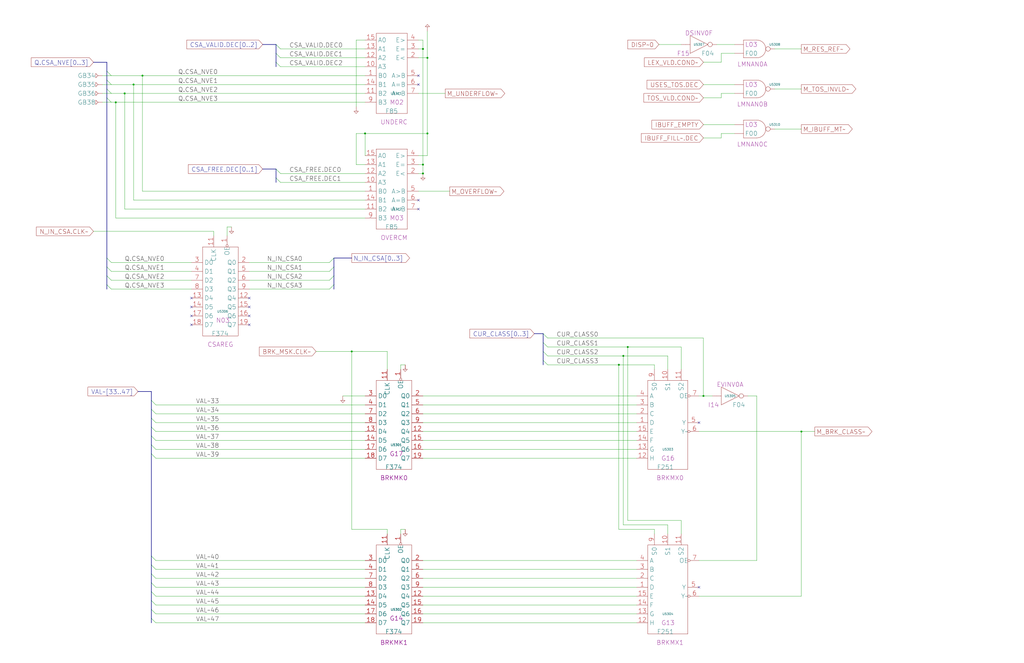
<source format=kicad_sch>
(kicad_sch (version 20230121) (generator eeschema)
  (paper "User" 584.2 378.46)
  (title_block (title "LATE MACRO EVENTS") (date "22-MAY-90") (rev "1.0") (comment 1 "SEQUENCER") (comment 2 "232-003064") (comment 3 "S400") (comment 4 "RELEASED"))
  (lib_symbols
    (symbol "r1000:F00" (pin_numbers hide) (pin_names hide)
      (property "Reference" "U" (at 15.24 0 0))
      (property "Value" "F00" (at 1.905 -5.08 0))
      (property "Location" "___" (at 1.905 0 0))
      (property "Name" "______" (at 2.54 -12.7 0))
      (symbol "F00_0_1"
        (polyline (pts (xy -2.54 -7.62) (xy 5.08 -7.62)) (stroke (width 0.1524)))
        (polyline (pts (xy -2.54 2.54) (xy -2.54 -7.62)) (stroke (width 0.1524)))
        (polyline (pts (xy -2.54 2.54) (xy 5.08 2.54)) (stroke (width 0.1524)))
        (arc (start 5.08 -7.62) (mid 10.1282 -2.54) (end 5.08 2.54) (stroke (width 0.1524)))
        (circle (center 11.43 -2.54) (radius 1.27) (stroke (width 0.1524)))
      )
      (symbol "F00_0_2"
        (circle (center -3.81 -5.08) (radius 1.27) (stroke (width 0.1524)))
        (circle (center -3.81 0) (radius 1.27) (stroke (width 0.1524)))
        (arc (start -3.175 -7.62) (mid -2.134 -2.54) (end -3.175 2.54) (stroke (width 0.1524)))
        (polyline (pts (xy -3.175 -7.62) (xy 3.81 -7.62)) (stroke (width 0.1524)))
        (polyline (pts (xy -3.175 2.54) (xy 3.81 2.54)) (stroke (width 0.1524)))
        (arc (start 3.81 -7.62) (mid 7.5855 -5.8306) (end 10.16 -2.54) (stroke (width 0.1524)))
        (arc (start 10.16 -2.54) (mid 7.5827 0.7471) (end 3.81 2.54) (stroke (width 0.1524)))
      )
      (symbol "F00_1_1"
        (pin input line (at -7.62 0 0) (length 5.08) (name "D0") (number "1"))
        (pin input line (at -7.62 -5.08 0) (length 5.08) (name "D1") (number "2"))
        (pin output line (at 15.24 -2.54 180) (length 2.54) (name "Q") (number "3"))
      )
      (symbol "F00_1_2"
        (pin input line (at -7.62 0 0) (length 2.54) (name "D0") (number "1"))
        (pin input line (at -7.62 -5.08 0) (length 2.54) (name "D1") (number "2"))
        (pin output line (at 15.24 -2.54 180) (length 5.08) (name "Q") (number "3"))
      )
    )
    (symbol "r1000:F04" (pin_numbers hide) (pin_names hide)
      (property "Reference" "U" (at 0 0 0))
      (property "Value" "F04" (at 1.27 -5.08 0))
      (property "Location" "___" (at -12.7 -5.08 0))
      (property "Name" "______" (at 0 5.08 0))
      (symbol "F04_0_1"
        (polyline (pts (xy -7.62 0) (xy -5.08 0)) (stroke (width 0.1524)))
        (polyline (pts (xy -5.08 5.08) (xy -5.08 -5.08)) (stroke (width 0.1524)))
        (polyline (pts (xy 5.08 0) (xy -5.08 -5.08)) (stroke (width 0.1524)))
        (polyline (pts (xy 5.08 0) (xy -5.08 5.08)) (stroke (width 0.1524)))
        (circle (center 6.35 0) (radius 1.27) (stroke (width 0.1524)))
      )
      (symbol "F04_1_1"
        (pin input line (at -10.16 0 0) (length 2.54) (name "D0") (number "1"))
        (pin output line (at 10.16 0 180) (length 2.54) (name "Q") (number "2"))
      )
    )
    (symbol "r1000:F251" (pin_names (offset 1.016))
      (property "Reference" "U" (at 2.54 5.08 0))
      (property "Value" "F251" (at -3.81 -5.08 0))
      (property "Location" "___" (at -1.27 0 0))
      (property "Name" "______" (at 3.81 -12.7 0))
      (symbol "F251_1_1"
        (rectangle (start -8.89 44.45) (end 13.97 -6.35))
        (circle (center 14.605 15.24) (radius 0.635))
        (circle (center 14.605 35.56) (radius 0.635))
        (pin input line (at -15.24 20.32 0) (length 6.35) (name "D") (number "1"))
        (pin input line (at 2.54 50.8 270) (length 6.35) (name "S1") (number "10"))
        (pin input line (at 10.16 50.8 270) (length 6.35) (name "S2") (number "11"))
        (pin input line (at -15.24 0 0) (length 6.35) (name "H") (number "12"))
        (pin input line (at -15.24 5.08 0) (length 6.35) (name "G") (number "13"))
        (pin input line (at -15.24 10.16 0) (length 6.35) (name "F") (number "14"))
        (pin input line (at -15.24 15.24 0) (length 6.35) (name "E") (number "15"))
        (pin input line (at -15.24 25.4 0) (length 6.35) (name "C") (number "2"))
        (pin input line (at -15.24 30.48 0) (length 6.35) (name "B") (number "3"))
        (pin input line (at -15.24 35.56 0) (length 6.35) (name "A") (number "4"))
        (pin tri_state line (at 20.32 20.32 180) (length 6.35) (name "Y") (number "5"))
        (pin tri_state line (at 20.32 15.24 180) (length 5.08) (name "Y~") (number "6"))
        (pin input line (at 20.32 35.56 180) (length 5.08) (name "OE") (number "7"))
        (pin input line (at -5.08 50.8 270) (length 6.35) (name "S0") (number "9"))
      )
    )
    (symbol "r1000:F374" (pin_names (offset 1.016))
      (property "Reference" "U" (at 2.54 5.08 0))
      (property "Value" "F374" (at -3.81 -7.62 0))
      (property "Location" "___" (at -1.27 0 0))
      (property "Name" "______" (at 1.27 -15.24 0))
      (symbol "F374_1_1"
        (rectangle (start -8.89 41.91) (end 11.43 -8.89))
        (circle (center 5.08 42.545) (radius 0.635))
        (pin input line (at 5.08 48.26 270) (length 5.08) (name "OE") (number "1"))
        (pin input line (at -2.54 48.26 270) (length 6.35) (name "CLK") (number "11"))
        (pin tri_state line (at 17.78 12.7 180) (length 6.35) (name "Q4") (number "12"))
        (pin input line (at -15.24 12.7 0) (length 6.35) (name "D4") (number "13"))
        (pin input line (at -15.24 7.62 0) (length 6.35) (name "D5") (number "14"))
        (pin tri_state line (at 17.78 7.62 180) (length 6.35) (name "Q5") (number "15"))
        (pin tri_state line (at 17.78 2.54 180) (length 6.35) (name "Q6") (number "16"))
        (pin input line (at -15.24 2.54 0) (length 6.35) (name "D6") (number "17"))
        (pin input line (at -15.24 -2.54 0) (length 6.35) (name "D7") (number "18"))
        (pin tri_state line (at 17.78 -2.54 180) (length 6.35) (name "Q7") (number "19"))
        (pin tri_state line (at 17.78 33.02 180) (length 6.35) (name "Q0") (number "2"))
        (pin input line (at -15.24 33.02 0) (length 6.35) (name "D0") (number "3"))
        (pin input line (at -15.24 27.94 0) (length 6.35) (name "D1") (number "4"))
        (pin tri_state line (at 17.78 27.94 180) (length 6.35) (name "Q1") (number "5"))
        (pin tri_state line (at 17.78 22.86 180) (length 6.35) (name "Q2") (number "6"))
        (pin input line (at -15.24 22.86 0) (length 6.35) (name "D2") (number "7"))
        (pin input line (at -15.24 17.78 0) (length 6.35) (name "D3") (number "8"))
        (pin tri_state line (at 17.78 17.78 180) (length 6.35) (name "Q3") (number "9"))
      )
    )
    (symbol "r1000:F85" (pin_names (offset 1.016))
      (property "Reference" "U" (at 2.54 5.08 0))
      (property "Value" "F85" (at -3.81 -5.08 0))
      (property "Location" "___" (at -1.27 0 0))
      (property "Name" "______" (at 1.27 -12.7 0))
      (symbol "F85_1_1"
        (rectangle (start -8.89 39.37) (end 8.89 -6.35))
        (pin input line (at -15.24 15.24 0) (length 6.35) (name "B0") (number "1"))
        (pin input line (at -15.24 20.32 0) (length 6.35) (name "A3") (number "10"))
        (pin input line (at -15.24 5.08 0) (length 6.35) (name "B2") (number "11"))
        (pin input line (at -15.24 25.4 0) (length 6.35) (name "A2") (number "12"))
        (pin input line (at -15.24 30.48 0) (length 6.35) (name "A1") (number "13"))
        (pin input line (at -15.24 10.16 0) (length 6.35) (name "B1") (number "14"))
        (pin input line (at -15.24 35.56 0) (length 6.35) (name "A0") (number "15"))
        (pin input line (at 15.24 25.4 180) (length 6.35) (name "E<") (number "2"))
        (pin input line (at 15.24 30.48 180) (length 6.35) (name "E=") (number "3"))
        (pin input line (at 15.24 35.56 180) (length 6.35) (name "E>") (number "4"))
        (pin output line (at 15.24 15.24 180) (length 6.35) (name "A>B") (number "5"))
        (pin output line (at 15.24 10.16 180) (length 6.35) (name "A=B") (number "6"))
        (pin output line (at 15.24 5.08 180) (length 6.35) (name "A<B") (number "7"))
        (pin input line (at -15.24 0 0) (length 6.35) (name "B3") (number "9"))
      )
    )
    (symbol "r1000:GB" (pin_numbers hide) (pin_names (offset 0) hide)
      (property "Reference" "GB" (at 3.81 0 0))
      (symbol "GB_0_1"
        (polyline (pts (xy 2.54 0) (xy 3.81 1.27) (xy 3.81 -1.27) (xy 2.54 0)) (stroke (width 0.1524)))
      )
      (symbol "GB_1_1"
        (pin bidirectional line (at 0 0 0) (length 2.54) (name "") (number "1"))
      )
    )
    (symbol "r1000:PD" (power) (pin_numbers hide) (pin_names hide) (in_bom no)
      (symbol "PD_0_1"
        (polyline (pts (xy 0 -2.54) (xy 1.27 -2.54) (xy 0 -3.81) (xy -1.27 -2.54) (xy 0 -2.54)) (stroke (width 0.1524)))
      )
      (symbol "PD_1_1"
        (pin power_in line (at 0 0 270) (length 2.54) (name "PD") (number "1"))
      )
    )
    (symbol "r1000:PU" (power) (pin_numbers hide) (pin_names hide)
      (symbol "PU_0_1"
        (polyline (pts (xy 0 2.54) (xy -1.27 2.54) (xy 0 3.81) (xy 1.27 2.54) (xy 0 2.54)) (stroke (width 0.1524)))
      )
      (symbol "PU_1_1"
        (pin power_in line (at 0 0 90) (length 2.54) (name "PU") (number "1"))
      )
    )
  )
  (junction (at 358.14 198.12))
  (junction (at 353.06 208.28))
  (junction (at 243.84 33.02))
  (junction (at 200.66 200.66))
  (junction (at 241.3 27.94))
  (junction (at 241.3 99.06))
  (junction (at 71.12 53.34))
  (junction (at 243.84 76.2))
  (junction (at 401.32 226.06))
  (junction (at 241.3 93.98))
  (junction (at 457.2 246.38))
  (junction (at 81.28 43.18))
  (junction (at 355.6 203.2))
  (junction (at 208.28 76.2))
  (junction (at 66.04 58.42))
  (junction (at 76.2 48.26))
  (no_connect (at 142.24 185.42))
  (no_connect (at 109.22 180.34))
  (no_connect (at 142.24 170.18))
  (no_connect (at 142.24 175.26))
  (no_connect (at 238.76 119.38))
  (no_connect (at 398.78 335.28))
  (no_connect (at 238.76 48.26))
  (no_connect (at 109.22 175.26))
  (no_connect (at 238.76 43.18))
  (no_connect (at 109.22 185.42))
  (no_connect (at 109.22 170.18))
  (no_connect (at 398.78 241.3))
  (no_connect (at 142.24 180.34))
  (no_connect (at 238.76 114.3))
  (bus_entry (at 190.5 162.56) (size -2.54 2.54))
  (bus_entry (at 60.96 162.56) (size 2.54 2.54))
  (bus_entry (at 157.48 35.56) (size 2.54 2.54))
  (bus_entry (at 86.36 228.6) (size 2.54 2.54))
  (bus_entry (at 86.36 259.08) (size 2.54 2.54))
  (bus_entry (at 190.5 152.4) (size -2.54 2.54))
  (bus_entry (at 86.36 322.58) (size 2.54 2.54))
  (bus_entry (at 86.36 254) (size 2.54 2.54))
  (bus_entry (at 309.88 205.74) (size 2.54 2.54))
  (bus_entry (at 60.96 55.88) (size 2.54 2.54))
  (bus_entry (at 86.36 347.98) (size 2.54 2.54))
  (bus_entry (at 86.36 233.68) (size 2.54 2.54))
  (bus_entry (at 157.48 96.52) (size 2.54 2.54))
  (bus_entry (at 309.88 200.66) (size 2.54 2.54))
  (bus_entry (at 86.36 238.76) (size 2.54 2.54))
  (bus_entry (at 309.88 195.58) (size 2.54 2.54))
  (bus_entry (at 86.36 353.06) (size 2.54 2.54))
  (bus_entry (at 309.88 190.5) (size 2.54 2.54))
  (bus_entry (at 86.36 317.5) (size 2.54 2.54))
  (bus_entry (at 86.36 248.92) (size 2.54 2.54))
  (bus_entry (at 60.96 40.64) (size 2.54 2.54))
  (bus_entry (at 86.36 327.66) (size 2.54 2.54))
  (bus_entry (at 60.96 50.8) (size 2.54 2.54))
  (bus_entry (at 60.96 152.4) (size 2.54 2.54))
  (bus_entry (at 86.36 337.82) (size 2.54 2.54))
  (bus_entry (at 190.5 147.32) (size -2.54 2.54))
  (bus_entry (at 60.96 45.72) (size 2.54 2.54))
  (bus_entry (at 157.48 30.48) (size 2.54 2.54))
  (bus_entry (at 86.36 243.84) (size 2.54 2.54))
  (bus_entry (at 60.96 157.48) (size 2.54 2.54))
  (bus_entry (at 157.48 101.6) (size 2.54 2.54))
  (bus_entry (at 60.96 147.32) (size 2.54 2.54))
  (bus_entry (at 190.5 157.48) (size -2.54 2.54))
  (bus_entry (at 157.48 25.4) (size 2.54 2.54))
  (bus_entry (at 86.36 332.74) (size 2.54 2.54))
  (bus_entry (at 86.36 342.9) (size 2.54 2.54))
  (wire (pts (xy 241.3 93.98) (xy 241.3 99.06)))
  (wire (pts (xy 160.02 99.06) (xy 208.28 99.06)))
  (wire (pts (xy 160.02 33.02) (xy 208.28 33.02)))
  (wire (pts (xy 208.28 124.46) (xy 66.04 124.46)))
  (wire (pts (xy 355.6 203.2) (xy 312.42 203.2)))
  (wire (pts (xy 398.78 340.36) (xy 457.2 340.36)))
  (wire (pts (xy 195.58 226.06) (xy 208.28 226.06)))
  (wire (pts (xy 228.6 208.28) (xy 228.6 210.82)))
  (wire (pts (xy 200.66 302.26) (xy 200.66 200.66)))
  (wire (pts (xy 208.28 114.3) (xy 76.2 114.3)))
  (wire (pts (xy 441.96 27.94) (xy 457.2 27.94)))
  (wire (pts (xy 71.12 53.34) (xy 208.28 53.34)))
  (wire (pts (xy 312.42 198.12) (xy 358.14 198.12)))
  (wire (pts (xy 58.42 58.42) (xy 63.5 58.42)))
  (bus (pts (xy 86.36 259.08) (xy 86.36 317.5)))
  (wire (pts (xy 121.92 134.62) (xy 121.92 132.08)))
  (wire (pts (xy 358.14 198.12) (xy 358.14 297.18)))
  (bus (pts (xy 78.74 223.52) (xy 86.36 223.52)))
  (wire (pts (xy 411.48 78.74) (xy 411.48 76.2)))
  (bus (pts (xy 86.36 327.66) (xy 86.36 332.74)))
  (wire (pts (xy 81.28 109.22) (xy 81.28 43.18)))
  (bus (pts (xy 60.96 152.4) (xy 60.96 157.48)))
  (wire (pts (xy 238.76 22.86) (xy 241.3 22.86)))
  (wire (pts (xy 373.38 208.28) (xy 353.06 208.28)))
  (wire (pts (xy 238.76 27.94) (xy 241.3 27.94)))
  (wire (pts (xy 388.62 297.18) (xy 358.14 297.18)))
  (wire (pts (xy 241.3 226.06) (xy 363.22 226.06)))
  (wire (pts (xy 88.9 261.62) (xy 208.28 261.62)))
  (bus (pts (xy 190.5 162.56) (xy 190.5 165.1)))
  (wire (pts (xy 411.48 76.2) (xy 419.1 76.2)))
  (bus (pts (xy 86.36 223.52) (xy 86.36 228.6)))
  (wire (pts (xy 81.28 43.18) (xy 208.28 43.18)))
  (wire (pts (xy 353.06 208.28) (xy 312.42 208.28)))
  (wire (pts (xy 208.28 22.86) (xy 203.2 22.86)))
  (wire (pts (xy 355.6 203.2) (xy 355.6 299.72)))
  (wire (pts (xy 243.84 76.2) (xy 243.84 33.02)))
  (wire (pts (xy 142.24 149.86) (xy 187.96 149.86)))
  (wire (pts (xy 238.76 33.02) (xy 243.84 33.02)))
  (bus (pts (xy 157.48 25.4) (xy 157.48 30.48)))
  (wire (pts (xy 238.76 109.22) (xy 256.54 109.22)))
  (wire (pts (xy 398.78 226.06) (xy 401.32 226.06)))
  (bus (pts (xy 149.86 96.52) (xy 157.48 96.52)))
  (wire (pts (xy 63.5 43.18) (xy 81.28 43.18)))
  (wire (pts (xy 457.2 246.38) (xy 464.82 246.38)))
  (wire (pts (xy 411.48 53.34) (xy 419.1 53.34)))
  (wire (pts (xy 241.3 256.54) (xy 363.22 256.54)))
  (wire (pts (xy 381 203.2) (xy 355.6 203.2)))
  (wire (pts (xy 401.32 193.04) (xy 312.42 193.04)))
  (wire (pts (xy 88.9 241.3) (xy 208.28 241.3)))
  (wire (pts (xy 132.08 129.54) (xy 129.54 129.54)))
  (wire (pts (xy 66.04 124.46) (xy 66.04 58.42)))
  (wire (pts (xy 88.9 335.28) (xy 208.28 335.28)))
  (wire (pts (xy 88.9 355.6) (xy 208.28 355.6)))
  (bus (pts (xy 309.88 200.66) (xy 309.88 205.74)))
  (wire (pts (xy 208.28 88.9) (xy 208.28 76.2)))
  (bus (pts (xy 60.96 35.56) (xy 60.96 40.64)))
  (bus (pts (xy 60.96 50.8) (xy 60.96 55.88)))
  (wire (pts (xy 388.62 210.82) (xy 388.62 198.12)))
  (wire (pts (xy 63.5 160.02) (xy 109.22 160.02)))
  (wire (pts (xy 208.28 76.2) (xy 243.84 76.2)))
  (wire (pts (xy 76.2 114.3) (xy 76.2 48.26)))
  (wire (pts (xy 142.24 165.1) (xy 187.96 165.1)))
  (wire (pts (xy 241.3 340.36) (xy 363.22 340.36)))
  (bus (pts (xy 86.36 332.74) (xy 86.36 337.82)))
  (wire (pts (xy 88.9 350.52) (xy 208.28 350.52)))
  (wire (pts (xy 58.42 48.26) (xy 63.5 48.26)))
  (wire (pts (xy 58.42 53.34) (xy 63.5 53.34)))
  (wire (pts (xy 63.5 154.94) (xy 109.22 154.94)))
  (wire (pts (xy 241.3 246.38) (xy 363.22 246.38)))
  (bus (pts (xy 60.96 162.56) (xy 60.96 165.1)))
  (wire (pts (xy 241.3 251.46) (xy 363.22 251.46)))
  (wire (pts (xy 441.96 50.8) (xy 457.2 50.8)))
  (wire (pts (xy 241.3 236.22) (xy 363.22 236.22)))
  (wire (pts (xy 401.32 48.26) (xy 419.1 48.26)))
  (bus (pts (xy 309.88 205.74) (xy 309.88 208.28)))
  (wire (pts (xy 63.5 165.1) (xy 109.22 165.1)))
  (wire (pts (xy 129.54 129.54) (xy 129.54 134.62)))
  (wire (pts (xy 401.32 55.88) (xy 411.48 55.88)))
  (bus (pts (xy 60.96 147.32) (xy 60.96 152.4)))
  (wire (pts (xy 241.3 320.04) (xy 363.22 320.04)))
  (bus (pts (xy 86.36 254) (xy 86.36 259.08)))
  (bus (pts (xy 190.5 157.48) (xy 190.5 162.56)))
  (wire (pts (xy 401.32 35.56) (xy 411.48 35.56)))
  (wire (pts (xy 241.3 261.62) (xy 363.22 261.62)))
  (wire (pts (xy 238.76 93.98) (xy 241.3 93.98)))
  (wire (pts (xy 231.14 208.28) (xy 228.6 208.28)))
  (wire (pts (xy 63.5 149.86) (xy 109.22 149.86)))
  (wire (pts (xy 241.3 330.2) (xy 363.22 330.2)))
  (wire (pts (xy 231.14 302.26) (xy 228.6 302.26)))
  (bus (pts (xy 86.36 243.84) (xy 86.36 248.92)))
  (bus (pts (xy 86.36 233.68) (xy 86.36 238.76)))
  (wire (pts (xy 408.94 25.4) (xy 419.1 25.4)))
  (wire (pts (xy 241.3 355.6) (xy 363.22 355.6)))
  (wire (pts (xy 220.98 304.8) (xy 220.98 302.26)))
  (wire (pts (xy 58.42 43.18) (xy 63.5 43.18)))
  (wire (pts (xy 142.24 160.02) (xy 187.96 160.02)))
  (bus (pts (xy 86.36 238.76) (xy 86.36 243.84)))
  (wire (pts (xy 457.2 246.38) (xy 457.2 340.36)))
  (bus (pts (xy 190.5 152.4) (xy 190.5 157.48)))
  (wire (pts (xy 388.62 304.8) (xy 388.62 297.18)))
  (wire (pts (xy 401.32 226.06) (xy 401.32 193.04)))
  (wire (pts (xy 426.72 226.06) (xy 431.8 226.06)))
  (wire (pts (xy 358.14 198.12) (xy 388.62 198.12)))
  (wire (pts (xy 220.98 302.26) (xy 200.66 302.26)))
  (wire (pts (xy 88.9 325.12) (xy 208.28 325.12)))
  (wire (pts (xy 88.9 340.36) (xy 208.28 340.36)))
  (bus (pts (xy 86.36 342.9) (xy 86.36 347.98)))
  (bus (pts (xy 157.48 30.48) (xy 157.48 35.56)))
  (bus (pts (xy 149.86 25.4) (xy 157.48 25.4)))
  (wire (pts (xy 88.9 246.38) (xy 208.28 246.38)))
  (wire (pts (xy 406.4 226.06) (xy 401.32 226.06)))
  (wire (pts (xy 241.3 22.86) (xy 241.3 27.94)))
  (wire (pts (xy 241.3 345.44) (xy 363.22 345.44)))
  (bus (pts (xy 157.48 101.6) (xy 157.48 104.14)))
  (wire (pts (xy 180.34 200.66) (xy 200.66 200.66)))
  (wire (pts (xy 63.5 58.42) (xy 66.04 58.42)))
  (wire (pts (xy 401.32 78.74) (xy 411.48 78.74)))
  (wire (pts (xy 401.32 71.12) (xy 419.1 71.12)))
  (wire (pts (xy 71.12 119.38) (xy 71.12 53.34)))
  (wire (pts (xy 63.5 48.26) (xy 76.2 48.26)))
  (wire (pts (xy 160.02 38.1) (xy 208.28 38.1)))
  (wire (pts (xy 238.76 88.9) (xy 243.84 88.9)))
  (bus (pts (xy 304.8 190.5) (xy 309.88 190.5)))
  (wire (pts (xy 88.9 330.2) (xy 208.28 330.2)))
  (wire (pts (xy 241.3 231.14) (xy 363.22 231.14)))
  (wire (pts (xy 238.76 99.06) (xy 241.3 99.06)))
  (bus (pts (xy 53.34 35.56) (xy 60.96 35.56)))
  (wire (pts (xy 142.24 154.94) (xy 187.96 154.94)))
  (wire (pts (xy 66.04 58.42) (xy 208.28 58.42)))
  (bus (pts (xy 86.36 353.06) (xy 86.36 355.6)))
  (wire (pts (xy 411.48 30.48) (xy 419.1 30.48)))
  (wire (pts (xy 457.2 246.38) (xy 398.78 246.38)))
  (wire (pts (xy 88.9 345.44) (xy 208.28 345.44)))
  (bus (pts (xy 157.48 96.52) (xy 157.48 101.6)))
  (bus (pts (xy 60.96 45.72) (xy 60.96 50.8)))
  (bus (pts (xy 86.36 248.92) (xy 86.36 254)))
  (wire (pts (xy 160.02 27.94) (xy 208.28 27.94)))
  (wire (pts (xy 200.66 200.66) (xy 220.98 200.66)))
  (bus (pts (xy 60.96 40.64) (xy 60.96 45.72)))
  (wire (pts (xy 160.02 104.14) (xy 208.28 104.14)))
  (wire (pts (xy 373.38 304.8) (xy 373.38 302.26)))
  (wire (pts (xy 431.8 320.04) (xy 398.78 320.04)))
  (wire (pts (xy 241.3 241.3) (xy 363.22 241.3)))
  (wire (pts (xy 88.9 236.22) (xy 208.28 236.22)))
  (wire (pts (xy 241.3 350.52) (xy 363.22 350.52)))
  (bus (pts (xy 86.36 337.82) (xy 86.36 342.9)))
  (wire (pts (xy 241.3 27.94) (xy 241.3 93.98)))
  (wire (pts (xy 353.06 208.28) (xy 353.06 302.26)))
  (bus (pts (xy 190.5 147.32) (xy 200.66 147.32)))
  (wire (pts (xy 208.28 109.22) (xy 81.28 109.22)))
  (bus (pts (xy 60.96 55.88) (xy 60.96 147.32)))
  (bus (pts (xy 86.36 322.58) (xy 86.36 327.66)))
  (wire (pts (xy 208.28 119.38) (xy 71.12 119.38)))
  (wire (pts (xy 220.98 200.66) (xy 220.98 210.82)))
  (wire (pts (xy 381 210.82) (xy 381 203.2)))
  (wire (pts (xy 373.38 210.82) (xy 373.38 208.28)))
  (wire (pts (xy 431.8 226.06) (xy 431.8 320.04)))
  (wire (pts (xy 411.48 35.56) (xy 411.48 30.48)))
  (bus (pts (xy 157.48 35.56) (xy 157.48 38.1)))
  (bus (pts (xy 86.36 347.98) (xy 86.36 353.06)))
  (wire (pts (xy 238.76 53.34) (xy 254 53.34)))
  (bus (pts (xy 60.96 157.48) (xy 60.96 162.56)))
  (wire (pts (xy 203.2 76.2) (xy 203.2 93.98)))
  (bus (pts (xy 309.88 195.58) (xy 309.88 200.66)))
  (wire (pts (xy 63.5 53.34) (xy 71.12 53.34)))
  (wire (pts (xy 228.6 302.26) (xy 228.6 304.8)))
  (wire (pts (xy 88.9 231.14) (xy 208.28 231.14)))
  (wire (pts (xy 241.3 325.12) (xy 363.22 325.12)))
  (bus (pts (xy 86.36 228.6) (xy 86.36 233.68)))
  (wire (pts (xy 243.84 88.9) (xy 243.84 76.2)))
  (wire (pts (xy 88.9 256.54) (xy 208.28 256.54)))
  (wire (pts (xy 381 299.72) (xy 355.6 299.72)))
  (wire (pts (xy 375.92 25.4) (xy 388.62 25.4)))
  (wire (pts (xy 381 304.8) (xy 381 299.72)))
  (wire (pts (xy 203.2 76.2) (xy 208.28 76.2)))
  (wire (pts (xy 373.38 302.26) (xy 353.06 302.26)))
  (wire (pts (xy 241.3 335.28) (xy 363.22 335.28)))
  (wire (pts (xy 76.2 48.26) (xy 208.28 48.26)))
  (wire (pts (xy 88.9 320.04) (xy 208.28 320.04)))
  (bus (pts (xy 309.88 190.5) (xy 309.88 195.58)))
  (wire (pts (xy 208.28 93.98) (xy 203.2 93.98)))
  (bus (pts (xy 86.36 317.5) (xy 86.36 322.58)))
  (bus (pts (xy 190.5 147.32) (xy 190.5 152.4)))
  (wire (pts (xy 411.48 55.88) (xy 411.48 53.34)))
  (wire (pts (xy 441.96 73.66) (xy 457.2 73.66)))
  (wire (pts (xy 243.84 33.02) (xy 243.84 17.78)))
  (wire (pts (xy 203.2 22.86) (xy 203.2 60.96)))
  (wire (pts (xy 53.34 132.08) (xy 121.92 132.08)))
  (wire (pts (xy 88.9 251.46) (xy 208.28 251.46)))
  (label "CSA_VALID.DEC2" (at 165.1 38.1 0) (effects (font (size 2.54 2.54))))
  (label "VAL~44" (at 111.76 340.36 0) (effects (font (size 2.54 2.54))))
  (label "VAL~40" (at 111.76 320.04 0) (effects (font (size 2.54 2.54))))
  (label "N_IN_CSA3" (at 152.4 165.1 0) (effects (font (size 2.54 2.54))))
  (label "VAL~47" (at 111.76 355.6 0) (effects (font (size 2.54 2.54))))
  (label "CSA_FREE.DEC0" (at 165.1 99.06 0) (effects (font (size 2.54 2.54))))
  (label "VAL~38" (at 111.76 256.54 0) (effects (font (size 2.54 2.54))))
  (label "CSA_VALID.DEC0" (at 165.1 27.94 0) (effects (font (size 2.54 2.54))))
  (label "CSA_FREE.DEC1" (at 165.1 104.14 0) (effects (font (size 2.54 2.54))))
  (label "VAL~35" (at 111.76 241.3 0) (effects (font (size 2.54 2.54))))
  (label "VAL~37" (at 111.76 251.46 0) (effects (font (size 2.54 2.54))))
  (label "CUR_CLASS2" (at 317.5 203.2 0) (effects (font (size 2.54 2.54))))
  (label "Q.CSA_NVE3" (at 101.6 58.42 0) (effects (font (size 2.54 2.54))))
  (label "CSA_VALID.DEC1" (at 165.1 33.02 0) (effects (font (size 2.54 2.54))))
  (label "CUR_CLASS3" (at 317.5 208.28 0) (effects (font (size 2.54 2.54))))
  (label "VAL~34" (at 111.76 236.22 0) (effects (font (size 2.54 2.54))))
  (label "N_IN_CSA2" (at 152.4 160.02 0) (effects (font (size 2.54 2.54))))
  (label "N_IN_CSA1" (at 152.4 154.94 0) (effects (font (size 2.54 2.54))))
  (label "VAL~43" (at 111.76 335.28 0) (effects (font (size 2.54 2.54))))
  (label "Q.CSA_NVE2" (at 71.12 160.02 0) (effects (font (size 2.54 2.54))))
  (label "CUR_CLASS1" (at 317.5 198.12 0) (effects (font (size 2.54 2.54))))
  (label "VAL~46" (at 111.76 350.52 0) (effects (font (size 2.54 2.54))))
  (label "VAL~45" (at 111.76 345.44 0) (effects (font (size 2.54 2.54))))
  (label "VAL~33" (at 111.76 231.14 0) (effects (font (size 2.54 2.54))))
  (label "Q.CSA_NVE1" (at 101.6 48.26 0) (effects (font (size 2.54 2.54))))
  (label "VAL~41" (at 111.76 325.12 0) (effects (font (size 2.54 2.54))))
  (label "Q.CSA_NVE3" (at 71.12 165.1 0) (effects (font (size 2.54 2.54))))
  (label "Q.CSA_NVE1" (at 71.12 154.94 0) (effects (font (size 2.54 2.54))))
  (label "Q.CSA_NVE2" (at 101.6 53.34 0) (effects (font (size 2.54 2.54))))
  (label "VAL~36" (at 111.76 246.38 0) (effects (font (size 2.54 2.54))))
  (label "VAL~39" (at 111.76 261.62 0) (effects (font (size 2.54 2.54))))
  (label "VAL~42" (at 111.76 330.2 0) (effects (font (size 2.54 2.54))))
  (label "N_IN_CSA0" (at 152.4 149.86 0) (effects (font (size 2.54 2.54))))
  (label "CUR_CLASS0" (at 317.5 193.04 0) (effects (font (size 2.54 2.54))))
  (label "Q.CSA_NVE0" (at 71.12 149.86 0) (effects (font (size 2.54 2.54))))
  (label "Q.CSA_NVE0" (at 101.6 43.18 0) (effects (font (size 2.54 2.54))))
  (global_label "CSA_VALID.DEC[0..2]" (shape input) (at 149.86 25.4 180) (effects (font (size 2.54 2.54))) (property "Intersheetrefs" "${INTERSHEET_REFS}" (at 106.5711 25.2413 0) (effects (font (size 1.905 1.905)) (justify right))))
  (global_label "Q.CSA_NVE[0..3]" (shape input) (at 53.34 35.56 180) (effects (font (size 2.54 2.54))) (property "Intersheetrefs" "${INTERSHEET_REFS}" (at 17.7921 35.4013 0) (effects (font (size 1.905 1.905)) (justify right))))
  (global_label "IBUFF_EMPTY" (shape input) (at 401.32 71.12 180) (effects (font (size 2.54 2.54))) (property "Intersheetrefs" "${INTERSHEET_REFS}" (at 371.9407 70.9613 0) (effects (font (size 1.905 1.905)) (justify right))))
  (global_label "CSA_FREE.DEC[0..1]" (shape input) (at 149.86 96.52 180) (effects (font (size 2.54 2.54))) (property "Intersheetrefs" "${INTERSHEET_REFS}" (at 107.4178 96.3613 0) (effects (font (size 1.905 1.905)) (justify right))))
  (global_label "CUR_CLASS[0..3]" (shape input) (at 304.8 190.5 180) (effects (font (size 2.54 2.54))) (property "Intersheetrefs" "${INTERSHEET_REFS}" (at 268.0426 190.3413 0) (effects (font (size 1.905 1.905)) (justify right))))
  (global_label "DISP~0" (shape input) (at 375.92 25.4 180) (effects (font (size 2.54 2.54))) (property "Intersheetrefs" "${INTERSHEET_REFS}" (at 358.1521 25.2413 0) (effects (font (size 1.905 1.905)) (justify right))))
  (global_label "M_UNDERFLOW~" (shape output) (at 254 53.34 0) (effects (font (size 2.54 2.54))) (property "Intersheetrefs" "${INTERSHEET_REFS}" (at 287.9755 53.1813 0) (effects (font (size 1.905 1.905)) (justify left))))
  (global_label "M_OVERFLOW~" (shape output) (at 256.54 109.22 0) (effects (font (size 2.54 2.54))) (property "Intersheetrefs" "${INTERSHEET_REFS}" (at 287.4917 109.0613 0) (effects (font (size 1.905 1.905)) (justify left))))
  (global_label "BRK_MSK.CLK~" (shape input) (at 180.34 200.66 180) (effects (font (size 2.54 2.54))) (property "Intersheetrefs" "${INTERSHEET_REFS}" (at 147.9369 200.5013 0) (effects (font (size 1.905 1.905)) (justify right))))
  (global_label "N_IN_CSA.CLK~" (shape input) (at 53.34 132.08 180) (effects (font (size 2.54 2.54))) (property "Intersheetrefs" "${INTERSHEET_REFS}" (at 20.8159 131.9213 0) (effects (font (size 1.905 1.905)) (justify right))))
  (global_label "M_TOS_INVLD~" (shape output) (at 457.2 50.8 0) (effects (font (size 2.54 2.54))) (property "Intersheetrefs" "${INTERSHEET_REFS}" (at 488.2727 50.6413 0) (effects (font (size 1.905 1.905)) (justify left))))
  (global_label "M_BRK_CLASS~" (shape output) (at 464.82 246.38 0) (effects (font (size 2.54 2.54))) (property "Intersheetrefs" "${INTERSHEET_REFS}" (at 497.465 246.2213 0) (effects (font (size 1.905 1.905)) (justify left))))
  (global_label "LEX_VLD.COND~" (shape input) (at 401.32 35.56 180) (effects (font (size 2.54 2.54))) (property "Intersheetrefs" "${INTERSHEET_REFS}" (at 367.5864 35.4013 0) (effects (font (size 1.905 1.905)) (justify right))))
  (global_label "USES_TOS.DEC" (shape input) (at 401.32 48.26 180) (effects (font (size 2.54 2.54))) (property "Intersheetrefs" "${INTERSHEET_REFS}" (at 369.1588 48.1013 0) (effects (font (size 1.905 1.905)) (justify right))))
  (global_label "IBUFF_FILL~.DEC" (shape input) (at 401.32 78.74 180) (effects (font (size 2.54 2.54))) (property "Intersheetrefs" "${INTERSHEET_REFS}" (at 365.893 78.5813 0) (effects (font (size 1.905 1.905)) (justify right))))
  (global_label "M_IBUFF_MT~" (shape output) (at 457.2 73.66 0) (effects (font (size 2.54 2.54))) (property "Intersheetrefs" "${INTERSHEET_REFS}" (at 486.2165 73.5013 0) (effects (font (size 1.905 1.905)) (justify left))))
  (global_label "TOS_VLD.COND~" (shape input) (at 401.32 55.88 180) (effects (font (size 2.54 2.54))) (property "Intersheetrefs" "${INTERSHEET_REFS}" (at 367.3445 55.7213 0) (effects (font (size 1.905 1.905)) (justify right))))
  (global_label "VAL~[33..47]" (shape input) (at 78.74 223.52 180) (effects (font (size 2.54 2.54))) (property "Intersheetrefs" "${INTERSHEET_REFS}" (at 50.2073 223.3613 0) (effects (font (size 1.905 1.905)) (justify right))))
  (global_label "M_RES_REF~" (shape output) (at 457.2 27.94 0) (effects (font (size 2.54 2.54))) (property "Intersheetrefs" "${INTERSHEET_REFS}" (at 484.886 27.7813 0) (effects (font (size 1.905 1.905)) (justify left))))
  (global_label "N_IN_CSA[0..3]" (shape output) (at 200.66 147.32 0) (effects (font (size 2.54 2.54))) (property "Intersheetrefs" "${INTERSHEET_REFS}" (at 233.6679 147.1613 0) (effects (font (size 1.905 1.905)) (justify left))))
  (symbol (lib_id "r1000:PD") (at 231.14 208.28 0) (unit 1) (in_bom no)
    (property "Reference" "#PWR0144" (effects hide))
    (property "Value" "PD" (effects hide))
  )
  (symbol (lib_id "r1000:F374") (at 223.52 259.08 0) (unit 1)
    (property "Reference" "U5301" (at 226.06 254 0))
    (property "Value" "F374" (at 219.71 266.7 0) (effects (font (size 2.54 2.54)) (justify left)))
    (property "Location" "G17" (at 222.25 259.08 0) (effects (font (size 2.54 2.54)) (justify left)))
    (property "Name" "BRKMK0" (at 224.79 274.32 0) (effects (font (size 2.54 2.54)) (justify bottom)))
  )
  (symbol (lib_id "r1000:F374") (at 223.52 353.06 0) (unit 1)
    (property "Reference" "U5302" (at 226.06 347.98 0))
    (property "Value" "F374" (at 219.71 360.68 0) (effects (font (size 2.54 2.54)) (justify left)))
    (property "Location" "G14" (at 222.25 353.06 0) (effects (font (size 2.54 2.54)) (justify left)))
    (property "Name" "BRKMK1" (at 224.79 368.3 0) (effects (font (size 2.54 2.54)) (justify bottom)))
  )
  (symbol (lib_id "r1000:F251") (at 378.46 261.62 0) (unit 1)
    (property "Reference" "U5303" (at 381 256.54 0))
    (property "Value" "F251" (at 374.65 266.7 0) (effects (font (size 2.54 2.54)) (justify left)))
    (property "Location" "G16" (at 377.19 261.62 0) (effects (font (size 2.54 2.54)) (justify left)))
    (property "Name" "BRKMX0" (at 382.27 274.32 0) (effects (font (size 2.54 2.54)) (justify bottom)))
  )
  (symbol (lib_id "r1000:PD") (at 195.58 226.06 0) (unit 1) (in_bom no)
    (property "Reference" "#PWR05301" (effects hide))
    (property "Value" "PD" (effects hide))
  )
  (symbol (lib_id "r1000:F04") (at 398.78 25.4 0) (unit 1)
    (property "Reference" "U5307" (at 398.78 25.4 0))
    (property "Value" "F04" (at 400.05 30.48 0) (effects (font (size 2.54 2.54)) (justify left)))
    (property "Location" "F15" (at 386.08 30.48 0) (effects (font (size 2.54 2.54)) (justify left)))
    (property "Name" "DSINV0F" (at 398.78 20.32 0) (effects (font (size 2.54 2.54)) (justify bottom)))
  )
  (symbol (lib_id "r1000:F251") (at 378.46 355.6 0) (unit 1)
    (property "Reference" "U5304" (at 381 350.52 0))
    (property "Value" "F251" (at 374.65 360.68 0) (effects (font (size 2.54 2.54)) (justify left)))
    (property "Location" "G13" (at 377.19 355.6 0) (effects (font (size 2.54 2.54)) (justify left)))
    (property "Name" "BRKMX1" (at 382.27 368.3 0) (effects (font (size 2.54 2.54)) (justify bottom)))
  )
  (symbol (lib_id "r1000:F00") (at 426.72 25.4 0) (unit 1)
    (property "Reference" "U5308" (at 441.96 25.4 0))
    (property "Value" "F00" (at 428.625 30.48 0) (effects (font (size 2.54 2.54))))
    (property "Location" "L03" (at 428.625 25.4 0) (effects (font (size 2.54 2.54))))
    (property "Name" "LMNAN0A" (at 429.26 38.1 0) (effects (font (size 2.54 2.54)) (justify bottom)))
  )
  (symbol (lib_id "r1000:GB") (at 58.42 58.42 0) (mirror y) (unit 1)
    (property "Reference" "GB38" (at 54.61 58.42 0) (effects (font (size 2.54 2.54)) (justify left)))
    (property "Value" "GB" (effects hide))
  )
  (symbol (lib_id "r1000:GB") (at 58.42 48.26 0) (mirror y) (unit 1)
    (property "Reference" "GB35" (at 54.61 48.26 0) (effects (font (size 2.54 2.54)) (justify left)))
    (property "Value" "GB" (effects hide))
  )
  (symbol (lib_id "r1000:F85") (at 223.52 58.42 0) (unit 1)
    (property "Reference" "U5311" (at 226.06 53.34 0))
    (property "Value" "F85" (at 219.71 63.5 0) (effects (font (size 2.54 2.54)) (justify left)))
    (property "Location" "M02" (at 222.25 58.42 0) (effects (font (size 2.54 2.54)) (justify left)))
    (property "Name" "UNDERC" (at 224.79 71.12 0) (effects (font (size 2.54 2.54)) (justify bottom)))
  )
  (symbol (lib_id "r1000:PD") (at 241.3 99.06 0) (unit 1) (in_bom no)
    (property "Reference" "#PWR05303" (effects hide))
    (property "Value" "PD" (effects hide))
  )
  (symbol (lib_id "r1000:PU") (at 243.84 17.78 0) (unit 1)
    (property "Reference" "#PWR05304" (effects hide))
    (property "Value" "PU" (effects hide))
  )
  (symbol (lib_id "r1000:F04") (at 416.56 226.06 0) (unit 1)
    (property "Reference" "U5305" (at 416.56 226.06 0))
    (property "Value" "F04" (at 417.83 231.14 0) (effects (font (size 2.54 2.54)) (justify left)))
    (property "Location" "I14" (at 403.86 231.14 0) (effects (font (size 2.54 2.54)) (justify left)))
    (property "Name" "EVINV0A" (at 416.56 220.98 0) (effects (font (size 2.54 2.54)) (justify bottom)))
  )
  (symbol (lib_id "r1000:F00") (at 426.72 71.12 0) (unit 1)
    (property "Reference" "U5310" (at 441.96 71.12 0))
    (property "Value" "F00" (at 428.625 76.2 0) (effects (font (size 2.54 2.54))))
    (property "Location" "L03" (at 428.625 71.12 0) (effects (font (size 2.54 2.54))))
    (property "Name" "LMNAN0C" (at 429.26 83.82 0) (effects (font (size 2.54 2.54)) (justify bottom)))
  )
  (symbol (lib_id "r1000:PD") (at 203.2 60.96 0) (unit 1) (in_bom no)
    (property "Reference" "#PWR05302" (effects hide))
    (property "Value" "PD" (effects hide))
  )
  (symbol (lib_id "r1000:PD") (at 132.08 129.54 0) (unit 1) (in_bom no)
    (property "Reference" "#PWR0145" (effects hide))
    (property "Value" "PD" (effects hide))
  )
  (symbol (lib_id "r1000:F00") (at 426.72 48.26 0) (unit 1)
    (property "Reference" "U5309" (at 441.96 48.26 0))
    (property "Value" "F00" (at 428.625 53.34 0) (effects (font (size 2.54 2.54))))
    (property "Location" "L03" (at 428.625 48.26 0) (effects (font (size 2.54 2.54))))
    (property "Name" "LMNAN0B" (at 429.26 60.96 0) (effects (font (size 2.54 2.54)) (justify bottom)))
  )
  (symbol (lib_id "r1000:GB") (at 58.42 43.18 0) (mirror y) (unit 1)
    (property "Reference" "GB34" (at 54.61 43.18 0) (effects (font (size 2.54 2.54)) (justify left)))
    (property "Value" "GB" (effects hide))
  )
  (symbol (lib_id "r1000:F374") (at 124.46 182.88 0) (unit 1)
    (property "Reference" "U5306" (at 127 177.8 0))
    (property "Value" "F374" (at 120.65 190.5 0) (effects (font (size 2.54 2.54)) (justify left)))
    (property "Location" "N03" (at 123.19 182.88 0) (effects (font (size 2.54 2.54)) (justify left)))
    (property "Name" "CSAREG" (at 125.73 198.12 0) (effects (font (size 2.54 2.54)) (justify bottom)))
  )
  (symbol (lib_id "r1000:GB") (at 58.42 53.34 0) (mirror y) (unit 1)
    (property "Reference" "GB36" (at 54.61 53.34 0) (effects (font (size 2.54 2.54)) (justify left)))
    (property "Value" "GB" (effects hide))
  )
  (symbol (lib_id "r1000:PD") (at 231.14 302.26 0) (unit 1) (in_bom no)
    (property "Reference" "#PWR0146" (effects hide))
    (property "Value" "PD" (effects hide))
  )
  (symbol (lib_id "r1000:F85") (at 223.52 124.46 0) (unit 1)
    (property "Reference" "U5312" (at 226.06 119.38 0))
    (property "Value" "F85" (at 219.71 129.54 0) (effects (font (size 2.54 2.54)) (justify left)))
    (property "Location" "M03" (at 222.25 124.46 0) (effects (font (size 2.54 2.54)) (justify left)))
    (property "Name" "OVERCM" (at 224.79 137.16 0) (effects (font (size 2.54 2.54)) (justify bottom)))
  )
)
</source>
